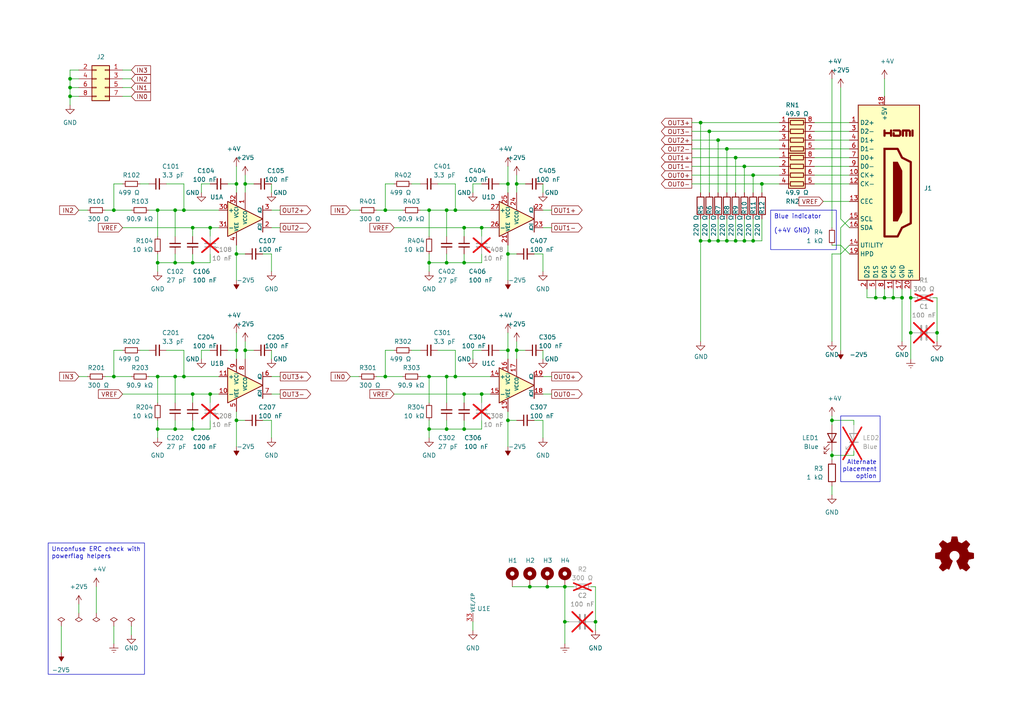
<source format=kicad_sch>
(kicad_sch (version 20230121) (generator eeschema)
  (paper "A4")
  (title_block (title "LaPOD LMH7324 pod") (company "Sergey Petrukhin, Peter Lampe, Nikki Smith & Olliver Schinagl") (comment 1 "AGPLv3 © 2023 Olliver Schinagl et al"))
  (junction (at 210.82 43.18))
  (junction (at 129.54 124.46))
  (junction (at 241.3 132.08))
  (junction (at 208.28 69.85))
  (junction (at 129.54 60.96))
  (junction (at 218.44 69.85))
  (junction (at 264.16 86.36))
  (junction (at 210.82 69.85))
  (junction (at 261.62 86.36))
  (junction (at 124.46 60.96))
  (junction (at 256.54 86.36))
  (junction (at 205.74 38.1))
  (junction (at 254 86.36))
  (junction (at 264.16 96.52))
  (junction (at 71.12 53.34))
  (junction (at 20.32 22.86))
  (junction (at 45.72 124.46))
  (junction (at 147.32 73.66))
  (junction (at 45.72 109.22))
  (junction (at 218.44 50.8))
  (junction (at 132.08 60.96))
  (junction (at 139.7 66.04))
  (junction (at 132.08 109.22))
  (junction (at 149.86 53.34))
  (junction (at 205.74 69.85))
  (junction (at 147.32 121.92))
  (junction (at 60.96 66.04))
  (junction (at 50.8 124.46))
  (junction (at 215.9 48.26))
  (junction (at 53.34 109.22))
  (junction (at 33.02 109.22))
  (junction (at 124.46 124.46))
  (junction (at 60.96 114.3))
  (junction (at 111.76 60.96))
  (junction (at 149.86 101.6))
  (junction (at 50.8 109.22))
  (junction (at 147.32 101.6))
  (junction (at 213.36 45.72))
  (junction (at 129.54 109.22))
  (junction (at 45.72 60.96))
  (junction (at 50.8 60.96))
  (junction (at 134.62 124.46))
  (junction (at 220.98 53.34))
  (junction (at 45.72 76.2))
  (junction (at 55.88 114.3))
  (junction (at 71.12 101.6))
  (junction (at 55.88 124.46))
  (junction (at 53.34 60.96))
  (junction (at 153.67 170.18))
  (junction (at 50.8 76.2))
  (junction (at 163.83 170.18))
  (junction (at 208.28 40.64))
  (junction (at 271.78 96.52))
  (junction (at 20.32 25.4))
  (junction (at 55.88 66.04))
  (junction (at 172.72 180.34))
  (junction (at 111.76 109.22))
  (junction (at 203.2 69.85))
  (junction (at 33.02 60.96))
  (junction (at 68.58 53.34))
  (junction (at 213.36 69.85))
  (junction (at 241.3 121.92))
  (junction (at 68.58 121.92))
  (junction (at 139.7 114.3))
  (junction (at 124.46 109.22))
  (junction (at 215.9 69.85))
  (junction (at 134.62 66.04))
  (junction (at 163.83 180.34))
  (junction (at 68.58 101.6))
  (junction (at 203.2 35.56))
  (junction (at 124.46 76.2))
  (junction (at 134.62 114.3))
  (junction (at 68.58 73.66))
  (junction (at 129.54 76.2))
  (junction (at 158.75 170.18))
  (junction (at 55.88 76.2))
  (junction (at 147.32 53.34))
  (junction (at 20.32 27.94))
  (junction (at 134.62 76.2))
  (junction (at 259.08 86.36))
  (wire (pts (xy 243.84 63.5) (xy 246.38 66.04)))
  (wire (pts (xy 68.58 121.92) (xy 68.58 129.54)))
  (wire (pts (xy 45.72 109.22) (xy 45.72 116.84)))
  (wire (pts (xy 78.74 73.66) (xy 78.74 78.74)))
  (wire (pts (xy 33.02 53.34) (xy 35.56 53.34)))
  (wire (pts (xy 132.08 101.6) (xy 132.08 109.22)))
  (wire (pts (xy 213.36 45.72) (xy 213.36 55.88)))
  (wire (pts (xy 157.48 60.96) (xy 160.02 60.96)))
  (wire (pts (xy 55.88 66.04) (xy 55.88 68.58)))
  (wire (pts (xy 157.48 66.04) (xy 160.02 66.04)))
  (wire (pts (xy 213.36 69.85) (xy 215.9 69.85)))
  (wire (pts (xy 71.12 53.34) (xy 71.12 55.88)))
  (wire (pts (xy 50.8 60.96) (xy 50.8 68.58)))
  (wire (pts (xy 129.54 73.66) (xy 129.54 76.2)))
  (wire (pts (xy 157.48 114.3) (xy 160.02 114.3)))
  (wire (pts (xy 236.22 53.34) (xy 246.38 53.34)))
  (wire (pts (xy 147.32 48.26) (xy 147.32 53.34)))
  (wire (pts (xy 124.46 109.22) (xy 124.46 116.84)))
  (wire (pts (xy 241.3 121.92) (xy 241.3 123.19)))
  (wire (pts (xy 163.83 180.34) (xy 165.1 180.34)))
  (wire (pts (xy 149.86 50.8) (xy 149.86 53.34)))
  (wire (pts (xy 17.78 181.61) (xy 17.78 189.23)))
  (wire (pts (xy 271.78 96.52) (xy 271.78 99.06)))
  (wire (pts (xy 157.48 121.92) (xy 157.48 127)))
  (wire (pts (xy 38.1 181.61) (xy 38.1 184.15)))
  (wire (pts (xy 139.7 73.66) (xy 139.7 76.2)))
  (wire (pts (xy 238.76 58.42) (xy 246.38 58.42)))
  (wire (pts (xy 78.74 66.04) (xy 81.28 66.04)))
  (wire (pts (xy 256.54 86.36) (xy 254 86.36)))
  (wire (pts (xy 58.42 53.34) (xy 58.42 55.88)))
  (wire (pts (xy 114.3 66.04) (xy 134.62 66.04)))
  (wire (pts (xy 45.72 60.96) (xy 45.72 68.58)))
  (wire (pts (xy 20.32 22.86) (xy 20.32 25.4)))
  (wire (pts (xy 129.54 109.22) (xy 132.08 109.22)))
  (wire (pts (xy 226.06 50.8) (xy 218.44 50.8)))
  (wire (pts (xy 45.72 60.96) (xy 50.8 60.96)))
  (wire (pts (xy 45.72 76.2) (xy 50.8 76.2)))
  (wire (pts (xy 35.56 114.3) (xy 55.88 114.3)))
  (wire (pts (xy 101.6 109.22) (xy 104.14 109.22)))
  (wire (pts (xy 20.32 20.32) (xy 20.32 22.86)))
  (wire (pts (xy 218.44 63.5) (xy 218.44 69.85)))
  (wire (pts (xy 205.74 38.1) (xy 205.74 55.88)))
  (wire (pts (xy 50.8 124.46) (xy 55.88 124.46)))
  (wire (pts (xy 68.58 48.26) (xy 68.58 53.34)))
  (wire (pts (xy 55.88 76.2) (xy 60.96 76.2)))
  (wire (pts (xy 236.22 35.56) (xy 246.38 35.56)))
  (wire (pts (xy 243.84 66.04) (xy 243.84 101.6)))
  (wire (pts (xy 236.22 50.8) (xy 246.38 50.8)))
  (wire (pts (xy 264.16 104.14) (xy 264.16 96.52)))
  (wire (pts (xy 22.86 22.86) (xy 20.32 22.86)))
  (wire (pts (xy 215.9 48.26) (xy 226.06 48.26)))
  (wire (pts (xy 200.66 35.56) (xy 203.2 35.56)))
  (wire (pts (xy 55.88 121.92) (xy 55.88 124.46)))
  (wire (pts (xy 78.74 109.22) (xy 81.28 109.22)))
  (wire (pts (xy 200.66 38.1) (xy 205.74 38.1)))
  (wire (pts (xy 129.54 124.46) (xy 134.62 124.46)))
  (wire (pts (xy 200.66 40.64) (xy 208.28 40.64)))
  (wire (pts (xy 147.32 96.52) (xy 147.32 101.6)))
  (wire (pts (xy 68.58 101.6) (xy 68.58 104.14)))
  (wire (pts (xy 53.34 60.96) (xy 63.5 60.96)))
  (wire (pts (xy 241.3 130.81) (xy 241.3 132.08)))
  (wire (pts (xy 129.54 109.22) (xy 129.54 116.84)))
  (wire (pts (xy 60.96 53.34) (xy 58.42 53.34)))
  (wire (pts (xy 251.46 83.82) (xy 251.46 86.36)))
  (wire (pts (xy 215.9 55.88) (xy 215.9 48.26)))
  (wire (pts (xy 45.72 124.46) (xy 50.8 124.46)))
  (wire (pts (xy 139.7 66.04) (xy 139.7 68.58)))
  (wire (pts (xy 147.32 119.38) (xy 147.32 121.92)))
  (wire (pts (xy 264.16 86.36) (xy 264.16 96.52)))
  (wire (pts (xy 243.84 73.66) (xy 246.38 71.12)))
  (wire (pts (xy 68.58 53.34) (xy 66.04 53.34)))
  (wire (pts (xy 200.66 50.8) (xy 218.44 50.8)))
  (wire (pts (xy 109.22 109.22) (xy 111.76 109.22)))
  (wire (pts (xy 149.86 53.34) (xy 152.4 53.34)))
  (wire (pts (xy 256.54 83.82) (xy 256.54 86.36)))
  (wire (pts (xy 134.62 66.04) (xy 134.62 68.58)))
  (wire (pts (xy 134.62 121.92) (xy 134.62 124.46)))
  (wire (pts (xy 111.76 101.6) (xy 114.3 101.6)))
  (wire (pts (xy 124.46 124.46) (xy 124.46 127)))
  (wire (pts (xy 210.82 43.18) (xy 210.82 55.88)))
  (wire (pts (xy 254 83.82) (xy 254 86.36)))
  (wire (pts (xy 137.16 101.6) (xy 137.16 104.14)))
  (wire (pts (xy 148.59 170.18) (xy 153.67 170.18)))
  (wire (pts (xy 78.74 114.3) (xy 81.28 114.3)))
  (wire (pts (xy 139.7 114.3) (xy 142.24 114.3)))
  (wire (pts (xy 129.54 76.2) (xy 134.62 76.2)))
  (wire (pts (xy 68.58 71.12) (xy 68.58 73.66)))
  (wire (pts (xy 127 101.6) (xy 132.08 101.6)))
  (wire (pts (xy 121.92 60.96) (xy 124.46 60.96)))
  (wire (pts (xy 119.38 101.6) (xy 121.92 101.6)))
  (wire (pts (xy 139.7 114.3) (xy 139.7 116.84)))
  (wire (pts (xy 45.72 124.46) (xy 45.72 127)))
  (wire (pts (xy 241.3 73.66) (xy 241.3 99.06)))
  (wire (pts (xy 45.72 121.92) (xy 45.72 124.46)))
  (wire (pts (xy 134.62 66.04) (xy 139.7 66.04)))
  (wire (pts (xy 158.75 170.18) (xy 163.83 170.18)))
  (wire (pts (xy 60.96 121.92) (xy 60.96 124.46)))
  (wire (pts (xy 33.02 101.6) (xy 35.56 101.6)))
  (wire (pts (xy 129.54 60.96) (xy 132.08 60.96)))
  (wire (pts (xy 40.64 53.34) (xy 43.18 53.34)))
  (wire (pts (xy 124.46 60.96) (xy 129.54 60.96)))
  (wire (pts (xy 271.78 86.36) (xy 270.51 86.36)))
  (wire (pts (xy 55.88 73.66) (xy 55.88 76.2)))
  (wire (pts (xy 172.72 180.34) (xy 172.72 182.88)))
  (wire (pts (xy 137.16 180.34) (xy 137.16 182.88)))
  (wire (pts (xy 139.7 53.34) (xy 137.16 53.34)))
  (wire (pts (xy 78.74 101.6) (xy 78.74 104.14)))
  (wire (pts (xy 172.72 170.18) (xy 172.72 180.34)))
  (wire (pts (xy 101.6 60.96) (xy 104.14 60.96)))
  (wire (pts (xy 264.16 86.36) (xy 265.43 86.36)))
  (wire (pts (xy 134.62 73.66) (xy 134.62 76.2)))
  (wire (pts (xy 48.26 53.34) (xy 53.34 53.34)))
  (wire (pts (xy 124.46 60.96) (xy 124.46 68.58)))
  (wire (pts (xy 111.76 53.34) (xy 111.76 60.96)))
  (wire (pts (xy 215.9 69.85) (xy 218.44 69.85)))
  (wire (pts (xy 22.86 27.94) (xy 20.32 27.94)))
  (wire (pts (xy 76.2 121.92) (xy 78.74 121.92)))
  (wire (pts (xy 22.86 175.26) (xy 22.86 177.8)))
  (wire (pts (xy 208.28 69.85) (xy 210.82 69.85)))
  (wire (pts (xy 53.34 53.34) (xy 53.34 60.96)))
  (wire (pts (xy 259.08 86.36) (xy 256.54 86.36)))
  (wire (pts (xy 147.32 53.34) (xy 144.78 53.34)))
  (wire (pts (xy 55.88 114.3) (xy 55.88 116.84)))
  (wire (pts (xy 139.7 66.04) (xy 142.24 66.04)))
  (wire (pts (xy 203.2 69.85) (xy 205.74 69.85)))
  (wire (pts (xy 247.65 121.92) (xy 247.65 123.19)))
  (wire (pts (xy 134.62 124.46) (xy 139.7 124.46)))
  (wire (pts (xy 60.96 66.04) (xy 63.5 66.04)))
  (wire (pts (xy 261.62 86.36) (xy 259.08 86.36)))
  (wire (pts (xy 139.7 101.6) (xy 137.16 101.6)))
  (wire (pts (xy 129.54 121.92) (xy 129.54 124.46)))
  (wire (pts (xy 203.2 63.5) (xy 203.2 69.85)))
  (wire (pts (xy 147.32 121.92) (xy 149.86 121.92)))
  (wire (pts (xy 50.8 109.22) (xy 50.8 116.84)))
  (wire (pts (xy 243.84 25.4) (xy 243.84 63.5)))
  (wire (pts (xy 38.1 25.4) (xy 35.56 25.4)))
  (wire (pts (xy 129.54 60.96) (xy 129.54 68.58)))
  (wire (pts (xy 43.18 109.22) (xy 45.72 109.22)))
  (wire (pts (xy 147.32 53.34) (xy 147.32 55.88)))
  (wire (pts (xy 60.96 114.3) (xy 60.96 116.84)))
  (wire (pts (xy 45.72 73.66) (xy 45.72 76.2)))
  (wire (pts (xy 78.74 53.34) (xy 78.74 55.88)))
  (wire (pts (xy 243.84 71.12) (xy 246.38 73.66)))
  (wire (pts (xy 134.62 114.3) (xy 134.62 116.84)))
  (wire (pts (xy 157.48 109.22) (xy 160.02 109.22)))
  (wire (pts (xy 50.8 73.66) (xy 50.8 76.2)))
  (wire (pts (xy 132.08 53.34) (xy 132.08 60.96)))
  (wire (pts (xy 33.02 109.22) (xy 38.1 109.22)))
  (wire (pts (xy 163.83 180.34) (xy 163.83 186.69)))
  (wire (pts (xy 147.32 101.6) (xy 144.78 101.6)))
  (wire (pts (xy 256.54 22.86) (xy 256.54 27.94)))
  (wire (pts (xy 124.46 73.66) (xy 124.46 76.2)))
  (wire (pts (xy 147.32 73.66) (xy 147.32 81.28)))
  (wire (pts (xy 205.74 69.85) (xy 208.28 69.85)))
  (wire (pts (xy 55.88 66.04) (xy 60.96 66.04)))
  (wire (pts (xy 119.38 53.34) (xy 121.92 53.34)))
  (wire (pts (xy 33.02 60.96) (xy 38.1 60.96)))
  (wire (pts (xy 60.96 114.3) (xy 63.5 114.3)))
  (wire (pts (xy 22.86 20.32) (xy 20.32 20.32)))
  (wire (pts (xy 121.92 109.22) (xy 124.46 109.22)))
  (wire (pts (xy 213.36 63.5) (xy 213.36 69.85)))
  (wire (pts (xy 208.28 40.64) (xy 226.06 40.64)))
  (wire (pts (xy 149.86 99.06) (xy 149.86 101.6)))
  (wire (pts (xy 68.58 53.34) (xy 68.58 55.88)))
  (wire (pts (xy 127 53.34) (xy 132.08 53.34)))
  (wire (pts (xy 147.32 101.6) (xy 147.32 104.14)))
  (wire (pts (xy 236.22 43.18) (xy 246.38 43.18)))
  (wire (pts (xy 163.83 170.18) (xy 163.83 180.34)))
  (wire (pts (xy 71.12 101.6) (xy 73.66 101.6)))
  (wire (pts (xy 50.8 76.2) (xy 55.88 76.2)))
  (wire (pts (xy 205.74 63.5) (xy 205.74 69.85)))
  (wire (pts (xy 55.88 124.46) (xy 60.96 124.46)))
  (wire (pts (xy 124.46 76.2) (xy 129.54 76.2)))
  (wire (pts (xy 22.86 109.22) (xy 25.4 109.22)))
  (wire (pts (xy 50.8 109.22) (xy 53.34 109.22)))
  (wire (pts (xy 124.46 76.2) (xy 124.46 78.74)))
  (wire (pts (xy 241.3 71.12) (xy 243.84 71.12)))
  (wire (pts (xy 124.46 121.92) (xy 124.46 124.46)))
  (wire (pts (xy 58.42 101.6) (xy 58.42 104.14)))
  (wire (pts (xy 241.3 120.65) (xy 241.3 121.92)))
  (wire (pts (xy 60.96 101.6) (xy 58.42 101.6)))
  (wire (pts (xy 210.82 43.18) (xy 226.06 43.18)))
  (wire (pts (xy 40.64 101.6) (xy 43.18 101.6)))
  (wire (pts (xy 259.08 83.82) (xy 259.08 86.36)))
  (wire (pts (xy 60.96 66.04) (xy 60.96 68.58)))
  (wire (pts (xy 124.46 124.46) (xy 129.54 124.46)))
  (wire (pts (xy 236.22 48.26) (xy 246.38 48.26)))
  (wire (pts (xy 147.32 73.66) (xy 149.86 73.66)))
  (wire (pts (xy 154.94 73.66) (xy 157.48 73.66)))
  (wire (pts (xy 132.08 109.22) (xy 142.24 109.22)))
  (wire (pts (xy 157.48 101.6) (xy 157.48 104.14)))
  (wire (pts (xy 218.44 50.8) (xy 218.44 55.88)))
  (wire (pts (xy 45.72 76.2) (xy 45.72 78.74)))
  (wire (pts (xy 220.98 53.34) (xy 220.98 55.88)))
  (wire (pts (xy 68.58 101.6) (xy 66.04 101.6)))
  (wire (pts (xy 45.72 109.22) (xy 50.8 109.22)))
  (wire (pts (xy 114.3 114.3) (xy 134.62 114.3)))
  (wire (pts (xy 203.2 35.56) (xy 226.06 35.56)))
  (wire (pts (xy 71.12 53.34) (xy 73.66 53.34)))
  (wire (pts (xy 20.32 27.94) (xy 20.32 30.48)))
  (wire (pts (xy 254 86.36) (xy 251.46 86.36)))
  (wire (pts (xy 241.3 121.92) (xy 247.65 121.92)))
  (wire (pts (xy 236.22 38.1) (xy 246.38 38.1)))
  (wire (pts (xy 236.22 40.64) (xy 246.38 40.64)))
  (wire (pts (xy 210.82 69.85) (xy 213.36 69.85)))
  (wire (pts (xy 78.74 60.96) (xy 81.28 60.96)))
  (wire (pts (xy 157.48 53.34) (xy 157.48 55.88)))
  (wire (pts (xy 71.12 99.06) (xy 71.12 101.6)))
  (wire (pts (xy 241.3 73.66) (xy 243.84 73.66)))
  (wire (pts (xy 33.02 53.34) (xy 33.02 60.96)))
  (wire (pts (xy 200.66 45.72) (xy 213.36 45.72)))
  (wire (pts (xy 71.12 101.6) (xy 71.12 104.14)))
  (wire (pts (xy 139.7 121.92) (xy 139.7 124.46)))
  (wire (pts (xy 154.94 121.92) (xy 157.48 121.92)))
  (wire (pts (xy 124.46 109.22) (xy 129.54 109.22)))
  (wire (pts (xy 203.2 69.85) (xy 203.2 99.06)))
  (wire (pts (xy 203.2 35.56) (xy 203.2 55.88)))
  (wire (pts (xy 157.48 73.66) (xy 157.48 78.74)))
  (wire (pts (xy 76.2 73.66) (xy 78.74 73.66)))
  (wire (pts (xy 68.58 119.38) (xy 68.58 121.92)))
  (wire (pts (xy 241.3 132.08) (xy 241.3 133.35)))
  (wire (pts (xy 35.56 66.04) (xy 55.88 66.04)))
  (wire (pts (xy 241.3 132.08) (xy 247.65 132.08)))
  (wire (pts (xy 68.58 73.66) (xy 68.58 81.28)))
  (wire (pts (xy 33.02 181.61) (xy 33.02 186.69)))
  (wire (pts (xy 226.06 38.1) (xy 205.74 38.1)))
  (wire (pts (xy 236.22 45.72) (xy 246.38 45.72)))
  (wire (pts (xy 147.32 121.92) (xy 147.32 129.54)))
  (wire (pts (xy 271.78 86.36) (xy 271.78 96.52)))
  (wire (pts (xy 149.86 101.6) (xy 152.4 101.6)))
  (wire (pts (xy 132.08 60.96) (xy 142.24 60.96)))
  (wire (pts (xy 149.86 53.34) (xy 149.86 55.88)))
  (wire (pts (xy 210.82 63.5) (xy 210.82 69.85)))
  (wire (pts (xy 111.76 60.96) (xy 116.84 60.96)))
  (wire (pts (xy 43.18 60.96) (xy 45.72 60.96)))
  (wire (pts (xy 55.88 114.3) (xy 60.96 114.3)))
  (wire (pts (xy 30.48 60.96) (xy 33.02 60.96)))
  (wire (pts (xy 111.76 101.6) (xy 111.76 109.22)))
  (wire (pts (xy 241.3 140.97) (xy 241.3 143.51)))
  (wire (pts (xy 78.74 121.92) (xy 78.74 127)))
  (wire (pts (xy 53.34 101.6) (xy 53.34 109.22)))
  (wire (pts (xy 264.16 83.82) (xy 264.16 86.36)))
  (wire (pts (xy 200.66 48.26) (xy 215.9 48.26)))
  (wire (pts (xy 53.34 109.22) (xy 63.5 109.22)))
  (wire (pts (xy 68.58 73.66) (xy 71.12 73.66)))
  (wire (pts (xy 48.26 101.6) (xy 53.34 101.6)))
  (wire (pts (xy 215.9 63.5) (xy 215.9 69.85)))
  (wire (pts (xy 172.72 170.18) (xy 171.45 170.18)))
  (wire (pts (xy 68.58 96.52) (xy 68.58 101.6)))
  (wire (pts (xy 200.66 53.34) (xy 220.98 53.34)))
  (wire (pts (xy 33.02 101.6) (xy 33.02 109.22)))
  (wire (pts (xy 111.76 53.34) (xy 114.3 53.34)))
  (wire (pts (xy 27.94 170.18) (xy 27.94 177.8)))
  (wire (pts (xy 134.62 114.3) (xy 139.7 114.3)))
  (wire (pts (xy 20.32 25.4) (xy 20.32 27.94)))
  (wire (pts (xy 208.28 55.88) (xy 208.28 40.64)))
  (wire (pts (xy 30.48 109.22) (xy 33.02 109.22)))
  (wire (pts (xy 220.98 63.5) (xy 220.98 69.85)))
  (wire (pts (xy 166.37 170.18) (xy 163.83 170.18)))
  (wire (pts (xy 208.28 63.5) (xy 208.28 69.85)))
  (wire (pts (xy 50.8 60.96) (xy 53.34 60.96)))
  (wire (pts (xy 111.76 109.22) (xy 116.84 109.22)))
  (wire (pts (xy 149.86 101.6) (xy 149.86 104.14)))
  (wire (pts (xy 243.84 66.04) (xy 246.38 63.5)))
  (wire (pts (xy 218.44 69.85) (xy 220.98 69.85)))
  (wire (pts (xy 71.12 50.8) (xy 71.12 53.34)))
  (wire (pts (xy 137.16 53.34) (xy 137.16 55.88)))
  (wire (pts (xy 200.66 43.18) (xy 210.82 43.18)))
  (wire (pts (xy 38.1 20.32) (xy 35.56 20.32)))
  (wire (pts (xy 241.3 22.86) (xy 241.3 66.04)))
  (wire (pts (xy 261.62 86.36) (xy 261.62 99.06)))
  (wire (pts (xy 134.62 76.2) (xy 139.7 76.2)))
  (wire (pts (xy 213.36 45.72) (xy 226.06 45.72)))
  (wire (pts (xy 38.1 22.86) (xy 35.56 22.86)))
  (wire (pts (xy 220.98 53.34) (xy 226.06 53.34)))
  (wire (pts (xy 109.22 60.96) (xy 111.76 60.96)))
  (wire (pts (xy 147.32 71.12) (xy 147.32 73.66)))
  (wire (pts (xy 50.8 121.92) (xy 50.8 124.46)))
  (wire (pts (xy 60.96 73.66) (xy 60.96 76.2)))
  (wire (pts (xy 68.58 121.92) (xy 71.12 121.92)))
  (wire (pts (xy 247.65 130.81) (xy 247.65 132.08)))
  (wire (pts (xy 261.62 83.82) (xy 261.62 86.36)))
  (wire (pts (xy 38.1 27.94) (xy 35.56 27.94)))
  (wire (pts (xy 22.86 60.96) (xy 25.4 60.96)))
  (wire (pts (xy 153.67 170.18) (xy 158.75 170.18)))
  (wire (pts (xy 22.86 25.4) (xy 20.32 25.4)))
  (text_box "Blue indicator\n\n(+4V GND)" (at 223.52 60.96 0) (size 19.05 11.43) (effects (font (size 1.27 1.27)) (justify left top)))
  (text_box "Alternate placement option" (at 243.84 120.65 0) (size 11.43 19.05) (effects (font (size 1.27 1.27)) (justify right bottom)))
  (text_box "Unconfuse ERC check with powerflag helpers" (at 13.97 157.48 0) (size 27.94 38.1) (effects (font (size 1.27 1.27)) (justify left top)))
  (global_label "OUT2-" (shape output) (at 200.66 43.18 180) (property "Intersheetrefs" "${INTERSHEET_REFS}" (effects hide)))
  (global_label "OUT3-" (shape output) (at 200.66 38.1 180) (property "Intersheetrefs" "${INTERSHEET_REFS}" (effects hide)))
  (global_label "VREF" (shape input) (at 114.3 66.04 180) (property "Intersheetrefs" "${INTERSHEET_REFS}" (effects hide)))
  (global_label "OUT3+" (shape output) (at 81.28 109.22 0) (property "Intersheetrefs" "${INTERSHEET_REFS}" (effects hide)))
  (global_label "OUT1+" (shape output) (at 200.66 45.72 180) (property "Intersheetrefs" "${INTERSHEET_REFS}" (effects hide)))
  (global_label "VREF" (shape input) (at 35.56 114.3 180) (property "Intersheetrefs" "${INTERSHEET_REFS}" (effects hide)))
  (global_label "IN0" (shape input) (at 101.6 109.22 180) (property "Intersheetrefs" "${INTERSHEET_REFS}" (effects hide)))
  (global_label "OUT1-" (shape output) (at 200.66 48.26 180) (property "Intersheetrefs" "${INTERSHEET_REFS}" (effects hide)))
  (global_label "IN3" (shape input) (at 38.1 20.32 0) (property "Intersheetrefs" "${INTERSHEET_REFS}" (effects hide)))
  (global_label "VREF" (shape input) (at 35.56 66.04 180) (property "Intersheetrefs" "${INTERSHEET_REFS}" (effects hide)))
  (global_label "OUT3-" (shape output) (at 81.28 114.3 0) (property "Intersheetrefs" "${INTERSHEET_REFS}" (effects hide)))
  (global_label "OUT2+" (shape output) (at 200.66 40.64 180) (property "Intersheetrefs" "${INTERSHEET_REFS}" (effects hide)))
  (global_label "OUT1+" (shape output) (at 160.02 60.96 0) (property "Intersheetrefs" "${INTERSHEET_REFS}" (effects hide)))
  (global_label "IN1" (shape input) (at 101.6 60.96 180) (property "Intersheetrefs" "${INTERSHEET_REFS}" (effects hide)))
  (global_label "IN0" (shape input) (at 38.1 27.94 0) (property "Intersheetrefs" "${INTERSHEET_REFS}" (effects hide)))
  (global_label "VREF" (shape input) (at 114.3 114.3 180) (property "Intersheetrefs" "${INTERSHEET_REFS}" (effects hide)))
  (global_label "OUT0-" (shape output) (at 200.66 53.34 180) (property "Intersheetrefs" "${INTERSHEET_REFS}" (effects hide)))
  (global_label "OUT1-" (shape output) (at 160.02 66.04 0) (property "Intersheetrefs" "${INTERSHEET_REFS}" (effects hide)))
  (global_label "OUT2-" (shape output) (at 81.28 66.04 0) (property "Intersheetrefs" "${INTERSHEET_REFS}" (effects hide)))
  (global_label "OUT0-" (shape output) (at 160.02 114.3 0) (property "Intersheetrefs" "${INTERSHEET_REFS}" (effects hide)))
  (global_label "OUT0+" (shape output) (at 160.02 109.22 0) (property "Intersheetrefs" "${INTERSHEET_REFS}" (effects hide)))
  (global_label "IN2" (shape input) (at 38.1 22.86 0) (property "Intersheetrefs" "${INTERSHEET_REFS}" (effects hide)))
  (global_label "OUT3+" (shape output) (at 200.66 35.56 180) (property "Intersheetrefs" "${INTERSHEET_REFS}" (effects hide)))
  (global_label "OUT0+" (shape output) (at 200.66 50.8 180) (property "Intersheetrefs" "${INTERSHEET_REFS}" (effects hide)))
  (global_label "IN3" (shape input) (at 22.86 109.22 180) (property "Intersheetrefs" "${INTERSHEET_REFS}" (effects hide)))
  (global_label "IN2" (shape input) (at 22.86 60.96 180) (property "Intersheetrefs" "${INTERSHEET_REFS}" (effects hide)))
  (global_label "OUT2+" (shape output) (at 81.28 60.96 0) (property "Intersheetrefs" "${INTERSHEET_REFS}" (effects hide)))
  (global_label "VREF" (shape input) (at 238.76 58.42 180) (property "Intersheetrefs" "${INTERSHEET_REFS}" (effects hide)))
  (global_label "IN1" (shape input) (at 38.1 25.4 0) (property "Intersheetrefs" "${INTERSHEET_REFS}" (effects hide)))
  (symbol (lib_id "power:PWR_FLAG") (at 38.1 181.61 0) (unit 1)
    (property "Reference" "#FLG05" (effects hide))
    (property "Value" "PWR_FLAG" (effects hide))
  )
  (symbol (lib_id "Device:C_Small") (at 139.7 119.38 0) (mirror x) (unit 1) (dnp yes)
    (property "Reference" "C308" (at 146.05 120.65 0) (effects (justify right)))
    (property "Value" "10 nF" (at 146.05 123.19 0) (effects (justify right)))
    (property "Footprint" "Capacitor_SMD:C_0805_2012Metric_Pad1.18x1.45mm_HandSolder" (effects hide))
    (property "LCSC" "C1710" (effects hide))
    (property "package" "0805" (effects hide))
    (property "tolerance" "10%" (effects hide))
    (property "voltage" "50 V" (effects hide))
  )
  (symbol (lib_id "Device:R_Small") (at 119.38 109.22 90) (mirror x) (unit 1)
    (property "Reference" "R303" (at 121.92 106.68 90) (effects (justify left)))
    (property "Value" "90.9 kΩ" (at 123.19 111.76 90) (effects (justify left)))
    (property "Footprint" "Resistor_SMD:R_0805_2012Metric_Pad1.20x1.40mm_HandSolder" (effects hide))
    (property "LCSC" "C17860" (effects hide))
    (property "package" "0805" (effects hide))
    (property "power" "125 mW" (effects hide))
    (property "tolerance" "1%" (effects hide))
  )
  (symbol (lib_id "Device:C_Small") (at 60.96 119.38 0) (mirror x) (unit 1) (dnp yes)
    (property "Reference" "C208" (at 67.31 120.65 0) (effects (justify right)))
    (property "Value" "10 nF" (at 67.31 123.19 0) (effects (justify right)))
    (property "Footprint" "Capacitor_SMD:C_0805_2012Metric_Pad1.18x1.45mm_HandSolder" (effects hide))
    (property "LCSC" "C1710" (effects hide))
    (property "package" "0805" (effects hide))
    (property "tolerance" "10%" (effects hide))
    (property "voltage" "50 V" (effects hide))
  )
  (symbol (lib_id "Device:C_Small") (at 63.5 101.6 270) (mirror x) (unit 1)
    (property "Reference" "C204" (at 57.15 97.79 90) (effects (justify left)))
    (property "Value" "100 nF" (at 55.88 100.33 90) (effects (justify left)))
    (property "Footprint" "Capacitor_SMD:C_0805_2012Metric_Pad1.18x1.45mm_HandSolder" (effects hide))
    (property "LCSC" "C49678" (effects hide))
    (property "package" "0805" (effects hide))
    (property "tolerance" "10%" (effects hide))
    (property "voltage" "50 V" (effects hide))
  )
  (symbol (lib_id "power:PWR_FLAG") (at 17.78 181.61 0) (unit 1)
    (property "Reference" "#FLG01" (effects hide))
    (property "Value" "PWR_FLAG" (effects hide))
  )
  (symbol (lib_id "power:GND") (at 157.48 78.74 0) (unit 1)
    (property "Reference" "#PWR046" (effects hide))
    (property "Value" "GND" (at 157.48 83.82 0))
  )
  (symbol (lib_id "power:+4V") (at 147.32 96.52 0) (mirror y) (unit 1)
    (property "Reference" "#PWR035" (effects hide))
    (property "Value" "+4V" (at 148.59 91.44 0) (effects (justify left)))
  )
  (symbol (lib_id "Device:R_Small") (at 38.1 101.6 270) (mirror x) (unit 1)
    (property "Reference" "R202" (at 35.56 99.06 90) (effects (justify left)))
    (property "Value" "499 Ω" (at 34.29 104.14 90) (effects (justify left)))
    (property "Footprint" "Resistor_SMD:R_0805_2012Metric_Pad1.20x1.40mm_HandSolder" (effects hide))
    (property "LCSC" "C17722" (effects hide))
    (property "package" "0805" (effects hide))
    (property "power" "125 mW" (effects hide))
    (property "tolerance" "1%" (effects hide))
  )
  (symbol (lib_id "power:GND") (at 45.72 127 0) (unit 1)
    (property "Reference" "#PWR025" (effects hide))
    (property "Value" "GND" (at 45.72 132.08 0))
  )
  (symbol (lib_id "power:GND") (at 124.46 127 0) (unit 1)
    (property "Reference" "#PWR033" (effects hide))
    (property "Value" "GND" (at 124.46 132.08 0))
  )
  (symbol (lib_id "Device:C") (at 267.97 96.52 270) (mirror x) (unit 1) (dnp yes)
    (property "Reference" "C1" (at 267.97 88.9 90))
    (property "Value" "100 nF" (at 267.97 91.44 90))
    (property "Footprint" "Capacitor_SMD:C_0603_1608Metric_Pad1.08x0.95mm_HandSolder" (effects hide))
    (property "LCSC" "C14663" (effects hide))
    (property "package" "0603" (effects hide))
    (property "tolerance" "10%" (effects hide))
    (property "voltage" "50 V" (effects hide))
  )
  (symbol (lib_id "power:GND") (at 271.78 99.06 0) (mirror y) (unit 1)
    (property "Reference" "#PWR01" (effects hide))
    (property "Value" "GND" (at 271.78 104.14 0))
  )
  (symbol (lib_id "Device:C_Small") (at 154.94 53.34 90) (unit 1)
    (property "Reference" "C405" (at 161.29 49.53 90) (effects (justify left)))
    (property "Value" "100 nF" (at 162.56 52.07 90) (effects (justify left)))
    (property "Footprint" "Capacitor_SMD:C_0805_2012Metric_Pad1.18x1.45mm_HandSolder" (effects hide))
    (property "LCSC" "C49678" (effects hide))
    (property "package" "0805" (effects hide))
    (property "tolerance" "10%" (effects hide))
    (property "voltage" "50 V" (effects hide))
  )
  (symbol (lib_id "Comparator:LMH7324") (at 137.16 177.8 0) (unit 5)
    (property "Reference" "U1" (at 138.43 176.53 0) (effects (justify left)))
    (property "Value" "LMH7324" (effects hide))
    (property "Footprint" "Package_DFN_QFN:WQFN-32-1EP_5x5mm_P0.5mm_EP3.1x3.1mm" (effects hide))
    (property "Datasheet" "docs/lmh7324.pdf" (effects hide))
    (property "LCSC" "C3658995" (effects hide))
  )
  (symbol (lib_id "Device:C_Small") (at 45.72 101.6 90) (unit 1)
    (property "Reference" "C201" (at 46.99 96.52 90) (effects (justify right)))
    (property "Value" "3.3 pF" (at 46.99 99.06 90) (effects (justify right)))
    (property "Footprint" "Capacitor_SMD:C_0805_2012Metric_Pad1.18x1.45mm_HandSolder" (effects hide))
    (property "LCSC" "C1811" (effects hide))
    (property "package" "0805" (effects hide))
    (property "tolerance" "10%" (effects hide))
    (property "voltage" "50 V" (effects hide))
  )
  (symbol (lib_id "Device:R_Small") (at 124.46 119.38 0) (mirror y) (unit 1)
    (property "Reference" "R304" (at 123.19 118.11 0) (effects (justify left)))
    (property "Value" "10 kΩ" (at 123.19 120.65 0) (effects (justify left)))
    (property "Footprint" "Resistor_SMD:R_0805_2012Metric_Pad1.20x1.40mm_HandSolder" (effects hide))
    (property "LCSC" "C17414" (effects hide))
    (property "package" "0805" (effects hide))
    (property "power" "125 mW" (effects hide))
    (property "tolerance" "1%" (effects hide))
  )
  (symbol (lib_id "power:PWR_FLAG") (at 22.86 177.8 180) (unit 1)
    (property "Reference" "#FLG02" (effects hide))
    (property "Value" "PWR_FLAG" (effects hide))
  )
  (symbol (lib_id "power:-2V5") (at 147.32 81.28 180) (unit 1)
    (property "Reference" "#PWR043" (effects hide))
    (property "Value" "-2V5" (at 147.32 81.28 0) (effects (justify right)))
  )
  (symbol (lib_id "Device:C_Small") (at 129.54 71.12 180) (unit 1)
    (property "Reference" "C402" (at 127 78.74 0) (effects (justify right)))
    (property "Value" "27 pF" (at 127 81.28 0) (effects (justify right)))
    (property "Footprint" "Capacitor_SMD:C_0805_2012Metric_Pad1.18x1.45mm_HandSolder" (effects hide))
    (property "LCSC" "C1808" (effects hide))
    (property "package" "0805" (effects hide))
    (property "tolerance" "10%" (effects hide))
    (property "voltage" "50 V" (effects hide))
  )
  (symbol (lib_id "power:GND") (at 241.3 99.06 0) (unit 1)
    (property "Reference" "#PWR017" (effects hide))
    (property "Value" "GND" (at 241.3 102.87 0))
  )
  (symbol (lib_id "Device:LED") (at 247.65 127 270) (mirror x) (unit 1) (in_bom no) (dnp yes)
    (property "Reference" "LED2" (at 250.19 127 90) (effects (justify left)))
    (property "Value" "Blue" (at 250.19 129.54 90) (effects (justify left)))
    (property "Footprint" "LED_SMD:LED_0805_2012Metric_Pad1.15x1.40mm_HandSolder" (effects hide))
    (property "Datasheet" "docs/2008201032_Foshan-NationStar-Optoelectronics-NCD0805B2_C84259.pdf" (effects hide))
    (property "LCSC" "C84259" (effects hide))
    (property "package" "0805" (effects hide))
  )
  (symbol (lib_id "Device:R_Small") (at 119.38 60.96 90) (mirror x) (unit 1)
    (property "Reference" "R403" (at 121.92 58.42 90) (effects (justify left)))
    (property "Value" "90.9 kΩ" (at 123.19 63.5 90) (effects (justify left)))
    (property "Footprint" "Resistor_SMD:R_0805_2012Metric_Pad1.20x1.40mm_HandSolder" (effects hide))
    (property "LCSC" "C17860" (effects hide))
    (property "package" "0805" (effects hide))
    (property "power" "125 mW" (effects hide))
    (property "tolerance" "1%" (effects hide))
  )
  (symbol (lib_id "Device:R_Small") (at 38.1 53.34 270) (mirror x) (unit 1)
    (property "Reference" "R102" (at 35.56 50.8 90) (effects (justify left)))
    (property "Value" "499 Ω" (at 34.29 55.88 90) (effects (justify left)))
    (property "Footprint" "Resistor_SMD:R_0805_2012Metric_Pad1.20x1.40mm_HandSolder" (effects hide))
    (property "LCSC" "C17722" (effects hide))
    (property "package" "0805" (effects hide))
    (property "power" "125 mW" (effects hide))
    (property "tolerance" "1%" (effects hide))
  )
  (symbol (lib_id "Device:C_Small") (at 142.24 53.34 270) (mirror x) (unit 1)
    (property "Reference" "C404" (at 135.89 49.53 90) (effects (justify left)))
    (property "Value" "100 nF" (at 134.62 52.07 90) (effects (justify left)))
    (property "Footprint" "Capacitor_SMD:C_0805_2012Metric_Pad1.18x1.45mm_HandSolder" (effects hide))
    (property "LCSC" "C49678" (effects hide))
    (property "package" "0805" (effects hide))
    (property "tolerance" "10%" (effects hide))
    (property "voltage" "50 V" (effects hide))
  )
  (symbol (lib_id "Device:R") (at 220.98 59.69 0) (mirror y) (unit 1)
    (property "Reference" "R12" (at 220.98 62.23 90) (effects (justify left)))
    (property "Value" "220 Ω" (at 219.71 68.58 90) (effects (justify left)))
    (property "Footprint" "Resistor_SMD:R_0603_1608Metric" (effects hide))
    (property "LCSC" "C22962" (effects hide))
    (property "package" "0603" (effects hide))
    (property "power" "125 mW" (effects hide))
    (property "tolerance" "1%" (effects hide))
  )
  (symbol (lib_id "Device:C_Small") (at 55.88 119.38 0) (mirror x) (unit 1)
    (property "Reference" "C206" (at 55.88 127 0) (effects (justify left)))
    (property "Value" "100 nF" (at 55.88 129.54 0) (effects (justify left)))
    (property "Footprint" "Capacitor_SMD:C_0805_2012Metric_Pad1.18x1.45mm_HandSolder" (effects hide))
    (property "LCSC" "C49678" (effects hide))
    (property "package" "0805" (effects hide))
    (property "tolerance" "10%" (effects hide))
    (property "voltage" "50 V" (effects hide))
  )
  (symbol (lib_id "Device:R_Small") (at 116.84 101.6 270) (mirror x) (unit 1)
    (property "Reference" "R302" (at 114.3 99.06 90) (effects (justify left)))
    (property "Value" "499 Ω" (at 113.03 104.14 90) (effects (justify left)))
    (property "Footprint" "Resistor_SMD:R_0805_2012Metric_Pad1.20x1.40mm_HandSolder" (effects hide))
    (property "LCSC" "C17722" (effects hide))
    (property "package" "0805" (effects hide))
    (property "power" "125 mW" (effects hide))
    (property "tolerance" "1%" (effects hide))
  )
  (symbol (lib_id "power:GND") (at 261.62 99.06 0) (unit 1)
    (property "Reference" "#PWR03" (effects hide))
    (property "Value" "GND" (at 261.62 102.87 0))
  )
  (symbol (lib_id "Comparator:LMH7324") (at 149.86 63.5 0) (unit 4)
    (property "Reference" "U1" (at 139.7 57.15 0) (effects (justify left)))
    (property "Value" "LMH7324" (effects hide))
    (property "Footprint" "Package_DFN_QFN:WQFN-32-1EP_5x5mm_P0.5mm_EP3.1x3.1mm" (effects hide))
    (property "Datasheet" "docs/lmh7324.pdf" (effects hide))
    (property "LCSC" "C3658995" (effects hide))
  )
  (symbol (lib_id "Device:R_Small") (at 267.97 86.36 270) (mirror x) (unit 1) (dnp yes)
    (property "Reference" "R1" (at 267.97 81.28 90))
    (property "Value" "300 Ω" (at 267.97 83.82 90))
    (property "Footprint" "Resistor_SMD:R_0402_1005Metric_Pad0.72x0.64mm_HandSolder" (effects hide))
    (property "LCSC" "C25102" (effects hide))
    (property "package" "0402" (effects hide))
    (property "power" "62.5 mW" (effects hide))
    (property "tolerance" "1%" (effects hide))
  )
  (symbol (lib_id "power:GND") (at 241.3 143.51 0) (mirror y) (unit 1)
    (property "Reference" "#PWR011" (effects hide))
    (property "Value" "GND" (at 241.3 148.59 0))
  )
  (symbol (lib_id "power:GND") (at 157.48 104.14 0) (unit 1)
    (property "Reference" "#PWR038" (effects hide))
    (property "Value" "GND" (at 160.02 104.14 0))
  )
  (symbol (lib_id "power:GND") (at 45.72 78.74 0) (unit 1)
    (property "Reference" "#PWR026" (effects hide))
    (property "Value" "GND" (at 45.72 83.82 0))
  )
  (symbol (lib_id "power:GND") (at 58.42 55.88 0) (unit 1)
    (property "Reference" "#PWR021" (effects hide))
    (property "Value" "GND" (at 55.88 55.88 0))
  )
  (symbol (lib_id "Connector:HDMI_A") (at 256.54 55.88 0) (unit 1)
    (property "Reference" "J1" (at 267.97 54.61 0) (effects (justify left)))
    (property "Value" "HDMI_A" (effects hide))
    (property "Footprint" "LCSC:HDMI-SMD_HDMI-19PIN-043" (effects hide))
    (property "Datasheet" "docs/2306201607_SHOU-HAN-HDMI-19PIN-043_C2858275.pdf" (effects hide))
    (property "LCSC" "C2858275" (effects hide))
  )
  (symbol (lib_id "Device:R") (at 208.28 59.69 0) (mirror y) (unit 1)
    (property "Reference" "R7" (at 208.28 62.23 90) (effects (justify left)))
    (property "Value" "220 Ω" (at 207.01 68.58 90) (effects (justify left)))
    (property "Footprint" "Resistor_SMD:R_0603_1608Metric" (effects hide))
    (property "LCSC" "C22962" (effects hide))
    (property "package" "0603" (effects hide))
    (property "power" "125 mW" (effects hide))
    (property "tolerance" "1%" (effects hide))
  )
  (symbol (lib_id "Connector_Generic:Conn_02x04_Odd_Even") (at 30.48 22.86 0) (mirror y) (unit 1)
    (property "Reference" "J2" (at 29.21 16.51 0))
    (property "Value" "Conn_02x04_Odd_Even" (effects hide))
    (property "Footprint" "Connector_IDC:IDC-Header_2x04_P2.54mm_Horizontal" (effects hide))
    (property "Datasheet" "docs/1811030610_BOOMELE-Boom-Precision-Elec-C9139_C9139.pdf" (effects hide))
    (property "LCSC" "C9139" (effects hide))
  )
  (symbol (lib_id "power:PWR_FLAG") (at 27.94 177.8 180) (unit 1)
    (property "Reference" "#FLG03" (effects hide))
    (property "Value" "PWR_FLAG" (effects hide))
  )
  (symbol (lib_id "power:-2V5") (at 17.78 189.23 0) (mirror x) (unit 1)
    (property "Reference" "#PWR013" (effects hide))
    (property "Value" "-2V5" (at 20.32 194.31 0) (effects (justify right)))
  )
  (symbol (lib_id "Device:C_Small") (at 50.8 71.12 180) (unit 1)
    (property "Reference" "C102" (at 48.26 78.74 0) (effects (justify right)))
    (property "Value" "27 pF" (at 48.26 81.28 0) (effects (justify right)))
    (property "Footprint" "Capacitor_SMD:C_0805_2012Metric_Pad1.18x1.45mm_HandSolder" (effects hide))
    (property "LCSC" "C1808" (effects hide))
    (property "package" "0805" (effects hide))
    (property "tolerance" "10%" (effects hide))
    (property "voltage" "50 V" (effects hide))
  )
  (symbol (lib_id "Mechanical:MountingHole_Pad") (at 163.83 167.64 0) (unit 1) (in_bom no)
    (property "Reference" "H4" (at 162.56 162.56 0) (effects (justify left)))
    (property "Value" "MountingHole_Pad" (effects hide))
    (property "Footprint" "MountingHole:MountingHole_2.2mm_M2_Pad_Via" (effects hide))
  )
  (symbol (lib_id "power:GND") (at 78.74 55.88 0) (unit 1)
    (property "Reference" "#PWR022" (effects hide))
    (property "Value" "GND" (at 81.28 55.88 0))
  )
  (symbol (lib_id "Device:R") (at 241.3 137.16 0) (mirror y) (unit 1)
    (property "Reference" "R3" (at 238.76 135.89 0) (effects (justify left)))
    (property "Value" "1 kΩ" (at 238.76 138.43 0) (effects (justify left)))
    (property "Footprint" "Resistor_SMD:R_0805_2012Metric_Pad1.20x1.40mm_HandSolder" (effects hide))
    (property "LCSC" "C17513" (effects hide))
    (property "package" "0805" (effects hide))
    (property "power" "125 mW" (effects hide))
    (property "tolerance" "1%" (effects hide))
  )
  (symbol (lib_id "Device:C_Small") (at 73.66 121.92 90) (unit 1)
    (property "Reference" "C207" (at 74.93 118.11 90) (effects (justify right)))
    (property "Value" "100 nF" (at 74.93 120.65 90) (effects (justify right)))
    (property "Footprint" "Capacitor_SMD:C_0805_2012Metric_Pad1.18x1.45mm_HandSolder" (effects hide))
    (property "LCSC" "C49678" (effects hide))
    (property "package" "0805" (effects hide))
    (property "tolerance" "10%" (effects hide))
    (property "voltage" "50 V" (effects hide))
  )
  (symbol (lib_id "Device:C_Small") (at 139.7 71.12 0) (mirror x) (unit 1) (dnp yes)
    (property "Reference" "C408" (at 146.05 72.39 0) (effects (justify right)))
    (property "Value" "10 nF" (at 146.05 74.93 0) (effects (justify right)))
    (property "Footprint" "Capacitor_SMD:C_0805_2012Metric_Pad1.18x1.45mm_HandSolder" (effects hide))
    (property "LCSC" "C1710" (effects hide))
    (property "package" "0805" (effects hide))
    (property "tolerance" "10%" (effects hide))
    (property "voltage" "50 V" (effects hide))
  )
  (symbol (lib_id "Device:R_Small") (at 124.46 71.12 0) (mirror y) (unit 1)
    (property "Reference" "R404" (at 123.19 69.85 0) (effects (justify left)))
    (property "Value" "10 kΩ" (at 123.19 72.39 0) (effects (justify left)))
    (property "Footprint" "Resistor_SMD:R_0805_2012Metric_Pad1.20x1.40mm_HandSolder" (effects hide))
    (property "LCSC" "C17414" (effects hide))
    (property "package" "0805" (effects hide))
    (property "power" "125 mW" (effects hide))
    (property "tolerance" "1%" (effects hide))
  )
  (symbol (lib_id "power:+4V") (at 68.58 96.52 0) (mirror y) (unit 1)
    (property "Reference" "#PWR028" (effects hide))
    (property "Value" "+4V" (at 69.85 91.44 0) (effects (justify left)))
  )
  (symbol (lib_id "Device:C_Small") (at 124.46 101.6 90) (unit 1)
    (property "Reference" "C301" (at 125.73 96.52 90) (effects (justify right)))
    (property "Value" "3.3 pF" (at 125.73 99.06 90) (effects (justify right)))
    (property "Footprint" "Capacitor_SMD:C_0805_2012Metric_Pad1.18x1.45mm_HandSolder" (effects hide))
    (property "LCSC" "C1811" (effects hide))
    (property "package" "0805" (effects hide))
    (property "tolerance" "10%" (effects hide))
    (property "voltage" "50 V" (effects hide))
  )
  (symbol (lib_id "power:+2V5") (at 71.12 99.06 0) (mirror y) (unit 1)
    (property "Reference" "#PWR030" (effects hide))
    (property "Value" "+2V5" (at 71.12 93.98 0))
  )
  (symbol (lib_id "power:-2V5") (at 68.58 129.54 180) (unit 1)
    (property "Reference" "#PWR029" (effects hide))
    (property "Value" "-2V5" (at 68.58 129.54 0) (effects (justify right)))
  )
  (symbol (lib_id "Device:C_Small") (at 55.88 71.12 0) (mirror x) (unit 1)
    (property "Reference" "C106" (at 55.88 78.74 0) (effects (justify left)))
    (property "Value" "100 nF" (at 55.88 81.28 0) (effects (justify left)))
    (property "Footprint" "Capacitor_SMD:C_0805_2012Metric_Pad1.18x1.45mm_HandSolder" (effects hide))
    (property "LCSC" "C49678" (effects hide))
    (property "package" "0805" (effects hide))
    (property "tolerance" "10%" (effects hide))
    (property "voltage" "50 V" (effects hide))
  )
  (symbol (lib_id "Device:R_Small") (at 27.94 60.96 270) (mirror x) (unit 1)
    (property "Reference" "R101" (at 25.4 58.42 90) (effects (justify left)))
    (property "Value" "300 Ω" (at 25.4 63.5 90) (effects (justify left)))
    (property "Footprint" "Resistor_SMD:R_0805_2012Metric_Pad1.20x1.40mm_HandSolder" (effects hide))
    (property "LCSC" "C17617" (effects hide))
    (property "package" "0805" (effects hide))
    (property "power" "125 mW" (effects hide))
    (property "tolerance" "1%" (effects hide))
  )
  (symbol (lib_id "Device:R_Small") (at 45.72 119.38 0) (mirror y) (unit 1)
    (property "Reference" "R204" (at 44.45 118.11 0) (effects (justify left)))
    (property "Value" "10 kΩ" (at 44.45 120.65 0) (effects (justify left)))
    (property "Footprint" "Resistor_SMD:R_0805_2012Metric_Pad1.20x1.40mm_HandSolder" (effects hide))
    (property "LCSC" "C17414" (effects hide))
    (property "package" "0805" (effects hide))
    (property "power" "125 mW" (effects hide))
    (property "tolerance" "1%" (effects hide))
  )
  (symbol (lib_id "Device:R_Pack04") (at 231.14 40.64 270) (unit 1)
    (property "Reference" "RN1" (at 229.87 30.48 90))
    (property "Value" "49.9 Ω" (at 231.14 33.02 90))
    (property "Footprint" "Resistor_SMD:R_Array_Convex_4x0603" (effects hide))
    (property "LCSC" "C705090" (effects hide))
    (property "package" "0603x4" (effects hide))
    (property "power" "62.5 mW" (effects hide))
    (property "tolerance" "1%" (effects hide))
  )
  (symbol (lib_id "power:GND") (at 137.16 104.14 0) (unit 1)
    (property "Reference" "#PWR034" (effects hide))
    (property "Value" "GND" (at 134.62 104.14 0))
  )
  (symbol (lib_id "Device:C_Small") (at 129.54 119.38 180) (unit 1)
    (property "Reference" "C302" (at 127 127 0) (effects (justify right)))
    (property "Value" "27 pF" (at 127 129.54 0) (effects (justify right)))
    (property "Footprint" "Capacitor_SMD:C_0805_2012Metric_Pad1.18x1.45mm_HandSolder" (effects hide))
    (property "LCSC" "C1808" (effects hide))
    (property "package" "0805" (effects hide))
    (property "tolerance" "10%" (effects hide))
    (property "voltage" "50 V" (effects hide))
  )
  (symbol (lib_id "Device:C_Small") (at 134.62 71.12 0) (mirror x) (unit 1)
    (property "Reference" "C406" (at 135.89 78.74 0) (effects (justify left)))
    (property "Value" "100 nF" (at 135.89 81.28 0) (effects (justify left)))
    (property "Footprint" "Capacitor_SMD:C_0805_2012Metric_Pad1.18x1.45mm_HandSolder" (effects hide))
    (property "LCSC" "C49678" (effects hide))
    (property "package" "0805" (effects hide))
    (property "tolerance" "10%" (effects hide))
    (property "voltage" "50 V" (effects hide))
  )
  (symbol (lib_id "power:GND") (at 78.74 78.74 0) (unit 1)
    (property "Reference" "#PWR015" (effects hide))
    (property "Value" "GND" (at 78.74 83.82 0))
  )
  (symbol (lib_id "power:+2V5") (at 243.84 25.4 0) (unit 1)
    (property "Reference" "#PWR07" (effects hide))
    (property "Value" "+2V5" (at 243.84 20.32 0))
  )
  (symbol (lib_id "power:-2V5") (at 243.84 101.6 180) (unit 1)
    (property "Reference" "#PWR08" (effects hide))
    (property "Value" "-2V5" (at 246.38 102.87 0) (effects (justify right)))
  )
  (symbol (lib_id "Device:C_Small") (at 63.5 53.34 270) (mirror x) (unit 1)
    (property "Reference" "C104" (at 57.15 49.53 90) (effects (justify left)))
    (property "Value" "100 nF" (at 55.88 52.07 90) (effects (justify left)))
    (property "Footprint" "Capacitor_SMD:C_0805_2012Metric_Pad1.18x1.45mm_HandSolder" (effects hide))
    (property "LCSC" "C49678" (effects hide))
    (property "package" "0805" (effects hide))
    (property "tolerance" "10%" (effects hide))
    (property "voltage" "50 V" (effects hide))
  )
  (symbol (lib_id "Device:R") (at 205.74 59.69 0) (mirror y) (unit 1)
    (property "Reference" "R6" (at 205.74 62.23 90) (effects (justify left)))
    (property "Value" "220 Ω" (at 204.47 68.58 90) (effects (justify left)))
    (property "Footprint" "Resistor_SMD:R_0603_1608Metric" (effects hide))
    (property "LCSC" "C22962" (effects hide))
    (property "package" "0603" (effects hide))
    (property "power" "125 mW" (effects hide))
    (property "tolerance" "1%" (effects hide))
  )
  (symbol (lib_id "Device:C") (at 168.91 180.34 270) (mirror x) (unit 1) (dnp yes)
    (property "Reference" "C2" (at 168.91 172.72 90))
    (property "Value" "100 nF" (at 168.91 175.26 90))
    (property "Footprint" "Capacitor_SMD:C_0603_1608Metric_Pad1.08x0.95mm_HandSolder" (effects hide))
    (property "LCSC" "C14663" (effects hide))
    (property "package" "0603" (effects hide))
    (property "tolerance" "10%" (effects hide))
    (property "voltage" "50 V" (effects hide))
  )
  (symbol (lib_id "Device:C_Small") (at 50.8 119.38 180) (unit 1)
    (property "Reference" "C202" (at 48.26 127 0) (effects (justify right)))
    (property "Value" "27 pF" (at 48.26 129.54 0) (effects (justify right)))
    (property "Footprint" "Capacitor_SMD:C_0805_2012Metric_Pad1.18x1.45mm_HandSolder" (effects hide))
    (property "LCSC" "C1808" (effects hide))
    (property "package" "0805" (effects hide))
    (property "tolerance" "10%" (effects hide))
    (property "voltage" "50 V" (effects hide))
  )
  (symbol (lib_id "power:GND") (at 172.72 182.88 0) (mirror y) (unit 1)
    (property "Reference" "#PWR012" (effects hide))
    (property "Value" "GND" (at 172.72 187.96 0))
  )
  (symbol (lib_id "Device:R_Small") (at 40.64 109.22 90) (mirror x) (unit 1)
    (property "Reference" "R203" (at 43.18 106.68 90) (effects (justify left)))
    (property "Value" "90.9 kΩ" (at 44.45 111.76 90) (effects (justify left)))
    (property "Footprint" "Resistor_SMD:R_0805_2012Metric_Pad1.20x1.40mm_HandSolder" (effects hide))
    (property "LCSC" "C17860" (effects hide))
    (property "package" "0805" (effects hide))
    (property "power" "125 mW" (effects hide))
    (property "tolerance" "1%" (effects hide))
  )
  (symbol (lib_id "power:Earth") (at 33.02 186.69 0) (mirror y) (unit 1)
    (property "Reference" "#PWR047" (effects hide))
    (property "Value" "Earth" (effects hide))
  )
  (symbol (lib_id "Device:R_Small") (at 106.68 60.96 270) (mirror x) (unit 1)
    (property "Reference" "R401" (at 104.14 58.42 90) (effects (justify left)))
    (property "Value" "300 Ω" (at 104.14 63.5 90) (effects (justify left)))
    (property "Footprint" "Resistor_SMD:R_0805_2012Metric_Pad1.20x1.40mm_HandSolder" (effects hide))
    (property "LCSC" "C17617" (effects hide))
    (property "package" "0805" (effects hide))
    (property "power" "125 mW" (effects hide))
    (property "tolerance" "1%" (effects hide))
  )
  (symbol (lib_id "Device:R_Small") (at 116.84 53.34 270) (mirror x) (unit 1)
    (property "Reference" "R402" (at 114.3 50.8 90) (effects (justify left)))
    (property "Value" "499 Ω" (at 113.03 55.88 90) (effects (justify left)))
    (property "Footprint" "Resistor_SMD:R_0805_2012Metric_Pad1.20x1.40mm_HandSolder" (effects hide))
    (property "LCSC" "C17722" (effects hide))
    (property "package" "0805" (effects hide))
    (property "power" "125 mW" (effects hide))
    (property "tolerance" "1%" (effects hide))
  )
  (symbol (lib_id "Device:R") (at 215.9 59.69 0) (mirror y) (unit 1)
    (property "Reference" "R10" (at 215.9 62.23 90) (effects (justify left)))
    (property "Value" "220 Ω" (at 214.63 68.58 90) (effects (justify left)))
    (property "Footprint" "Resistor_SMD:R_0603_1608Metric" (effects hide))
    (property "LCSC" "C22962" (effects hide))
    (property "package" "0603" (effects hide))
    (property "power" "125 mW" (effects hide))
    (property "tolerance" "1%" (effects hide))
  )
  (symbol (lib_id "power:-2V5") (at 147.32 129.54 180) (unit 1)
    (property "Reference" "#PWR036" (effects hide))
    (property "Value" "-2V5" (at 147.32 129.54 0) (effects (justify right)))
  )
  (symbol (lib_id "power:+2V5") (at 22.86 175.26 0) (mirror y) (unit 1)
    (property "Reference" "#PWR014" (effects hide))
    (property "Value" "+2V5" (at 22.86 170.18 0))
  )
  (symbol (lib_id "Device:C_Small") (at 134.62 119.38 0) (mirror x) (unit 1)
    (property "Reference" "C306" (at 134.62 127 0) (effects (justify left)))
    (property "Value" "100 nF" (at 134.62 129.54 0) (effects (justify left)))
    (property "Footprint" "Capacitor_SMD:C_0805_2012Metric_Pad1.18x1.45mm_HandSolder" (effects hide))
    (property "LCSC" "C49678" (effects hide))
    (property "package" "0805" (effects hide))
    (property "tolerance" "10%" (effects hide))
    (property "voltage" "50 V" (effects hide))
  )
  (symbol (lib_id "power:GND") (at 58.42 104.14 0) (unit 1)
    (property "Reference" "#PWR027" (effects hide))
    (property "Value" "GND" (at 55.88 104.14 0))
  )
  (symbol (lib_id "power:GND") (at 78.74 127 0) (unit 1)
    (property "Reference" "#PWR032" (effects hide))
    (property "Value" "GND" (at 78.74 132.08 0))
  )
  (symbol (lib_id "Device:C_Small") (at 154.94 101.6 90) (unit 1)
    (property "Reference" "C305" (at 156.21 97.79 90) (effects (justify right)))
    (property "Value" "100 nF" (at 156.21 100.33 90) (effects (justify right)))
    (property "Footprint" "Capacitor_SMD:C_0805_2012Metric_Pad1.18x1.45mm_HandSolder" (effects hide))
    (property "LCSC" "C49678" (effects hide))
    (property "package" "0805" (effects hide))
    (property "tolerance" "10%" (effects hide))
    (property "voltage" "50 V" (effects hide))
  )
  (symbol (lib_id "power:GND") (at 203.2 99.06 0) (unit 1)
    (property "Reference" "#PWR06" (effects hide))
    (property "Value" "GND" (at 203.327 103.4542 0))
  )
  (symbol (lib_id "Device:R") (at 203.2 59.69 0) (mirror y) (unit 1)
    (property "Reference" "R5" (at 203.2 62.23 90) (effects (justify left)))
    (property "Value" "220 Ω" (at 201.93 68.58 90) (effects (justify left)))
    (property "Footprint" "Resistor_SMD:R_0603_1608Metric" (effects hide))
    (property "LCSC" "C22962" (effects hide))
    (property "package" "0603" (effects hide))
    (property "power" "125 mW" (effects hide))
    (property "tolerance" "1%" (effects hide))
  )
  (symbol (lib_id "Device:C_Small") (at 76.2 53.34 90) (unit 1)
    (property "Reference" "C105" (at 82.55 49.53 90) (effects (justify left)))
    (property "Value" "100 nF" (at 83.82 52.07 90) (effects (justify left)))
    (property "Footprint" "Capacitor_SMD:C_0805_2012Metric_Pad1.18x1.45mm_HandSolder" (effects hide))
    (property "LCSC" "C49678" (effects hide))
    (property "package" "0805" (effects hide))
    (property "tolerance" "10%" (effects hide))
    (property "voltage" "50 V" (effects hide))
  )
  (symbol (lib_id "power:+4V") (at 68.58 48.26 0) (mirror y) (unit 1)
    (property "Reference" "#PWR023" (effects hide))
    (property "Value" "+4V" (at 69.85 43.18 0) (effects (justify left)))
  )
  (symbol (lib_id "power:+4V") (at 241.3 22.86 0) (unit 1)
    (property "Reference" "#PWR018" (effects hide))
    (property "Value" "+4V" (at 240.03 17.78 0) (effects (justify left)))
  )
  (symbol (lib_id "Device:R") (at 218.44 59.69 0) (mirror y) (unit 1)
    (property "Reference" "R11" (at 218.44 62.23 90) (effects (justify left)))
    (property "Value" "220 Ω" (at 217.17 68.58 90) (effects (justify left)))
    (property "Footprint" "Resistor_SMD:R_0603_1608Metric" (effects hide))
    (property "LCSC" "C22962" (effects hide))
    (property "package" "0603" (effects hide))
    (property "power" "125 mW" (effects hide))
    (property "tolerance" "1%" (effects hide))
  )
  (symbol (lib_id "Device:C_Small") (at 76.2 101.6 90) (unit 1)
    (property "Reference" "C205" (at 82.55 97.79 90) (effects (justify left)))
    (property "Value" "100 nF" (at 83.82 100.33 90) (effects (justify left)))
    (property "Footprint" "Capacitor_SMD:C_0805_2012Metric_Pad1.18x1.45mm_HandSolder" (effects hide))
    (property "LCSC" "C49678" (effects hide))
    (property "package" "0805" (effects hide))
    (property "tolerance" "10%" (effects hide))
    (property "voltage" "50 V" (effects hide))
  )
  (symbol (lib_id "Comparator:LMH7324") (at 71.12 111.76 0) (unit 2)
    (property "Reference" "U1" (at 60.96 105.41 0) (effects (justify left)))
    (property "Value" "LMH7324" (effects hide))
    (property "Footprint" "Package_DFN_QFN:WQFN-32-1EP_5x5mm_P0.5mm_EP3.1x3.1mm" (effects hide))
    (property "Datasheet" "docs/lmh7324.pdf" (effects hide))
    (property "LCSC" "C3658995" (effects hide))
  )
  (symbol (lib_name "GND_7") (lib_id "power:GND") (at 38.1 184.15 0) (mirror y) (unit 1)
    (property "Reference" "#PWR048" (effects hide))
    (property "Value" "GND" (at 38.1 187.96 0))
  )
  (symbol (lib_id "Mechanical:MountingHole_Pad") (at 153.67 167.64 0) (unit 1) (in_bom no)
    (property "Reference" "H2" (at 152.4 162.56 0) (effects (justify left)))
    (property "Value" "MountingHole_Pad" (effects hide))
    (property "Footprint" "MountingHole:MountingHole_2.2mm_M2_Pad_Via" (effects hide))
  )
  (symbol (lib_id "Device:C_Small") (at 124.46 53.34 90) (unit 1)
    (property "Reference" "C401" (at 125.73 48.26 90) (effects (justify right)))
    (property "Value" "3.3 pF" (at 125.73 50.8 90) (effects (justify right)))
    (property "Footprint" "Capacitor_SMD:C_0805_2012Metric_Pad1.18x1.45mm_HandSolder" (effects hide))
    (property "LCSC" "C1811" (effects hide))
    (property "package" "0805" (effects hide))
    (property "tolerance" "10%" (effects hide))
    (property "voltage" "50 V" (effects hide))
  )
  (symbol (lib_id "Device:R") (at 213.36 59.69 0) (mirror y) (unit 1)
    (property "Reference" "R9" (at 213.36 62.23 90) (effects (justify left)))
    (property "Value" "220 Ω" (at 212.09 68.58 90) (effects (justify left)))
    (property "Footprint" "Resistor_SMD:R_0603_1608Metric" (effects hide))
    (property "LCSC" "C22962" (effects hide))
    (property "package" "0603" (effects hide))
    (property "power" "125 mW" (effects hide))
    (property "tolerance" "1%" (effects hide))
  )
  (symbol (lib_id "Device:R") (at 210.82 59.69 0) (mirror y) (unit 1)
    (property "Reference" "R8" (at 210.82 62.23 90) (effects (justify left)))
    (property "Value" "220 Ω" (at 209.55 68.58 90) (effects (justify left)))
    (property "Footprint" "Resistor_SMD:R_0603_1608Metric" (effects hide))
    (property "LCSC" "C22962" (effects hide))
    (property "package" "0603" (effects hide))
    (property "power" "125 mW" (effects hide))
    (property "tolerance" "1%" (effects hide))
  )
  (symbol (lib_id "power:+4V") (at 256.54 22.86 0) (unit 1)
    (property "Reference" "#PWR04" (effects hide))
    (property "Value" "+4V" (at 255.27 17.78 0) (effects (justify left)))
  )
  (symbol (lib_id "Mechanical:MountingHole_Pad") (at 158.75 167.64 0) (unit 1) (in_bom no)
    (property "Reference" "H3" (at 157.48 162.56 0) (effects (justify left)))
    (property "Value" "MountingHole_Pad" (effects hide))
    (property "Footprint" "MountingHole:MountingHole_2.2mm_M2_Pad_Via" (effects hide))
  )
  (symbol (lib_id "power:Earth") (at 163.83 186.69 0) (unit 1)
    (property "Reference" "#PWR09" (effects hide))
    (property "Value" "Earth" (effects hide))
  )
  (symbol (lib_id "Comparator:LMH7324") (at 71.12 63.5 0) (unit 1)
    (property "Reference" "U1" (at 64.77 57.15 0) (effects (justify right)))
    (property "Value" "LMH7324" (effects hide))
    (property "Footprint" "Package_DFN_QFN:WQFN-32-1EP_5x5mm_P0.5mm_EP3.1x3.1mm" (effects hide))
    (property "Datasheet" "docs/lmh7324.pdf" (effects hide))
    (property "LCSC" "C3658995" (effects hide))
  )
  (symbol (lib_id "power:GND") (at 20.32 30.48 0) (mirror y) (unit 1)
    (property "Reference" "#PWR016" (effects hide))
    (property "Value" "GND" (at 20.32 35.56 0))
  )
  (symbol (lib_id "Device:C_Small") (at 152.4 73.66 90) (unit 1)
    (property "Reference" "C407" (at 153.67 69.85 90) (effects (justify right)))
    (property "Value" "100 nF" (at 153.67 72.39 90) (effects (justify right)))
    (property "Footprint" "Capacitor_SMD:C_0805_2012Metric_Pad1.18x1.45mm_HandSolder" (effects hide))
    (property "LCSC" "C49678" (effects hide))
    (property "package" "0805" (effects hide))
    (property "tolerance" "10%" (effects hide))
    (property "voltage" "50 V" (effects hide))
  )
  (symbol (lib_id "Device:R_Small") (at 45.72 71.12 0) (mirror y) (unit 1)
    (property "Reference" "R104" (at 44.45 69.85 0) (effects (justify left)))
    (property "Value" "10 kΩ" (at 44.45 72.39 0) (effects (justify left)))
    (property "Footprint" "Resistor_SMD:R_0805_2012Metric_Pad1.20x1.40mm_HandSolder" (effects hide))
    (property "LCSC" "C17414" (effects hide))
    (property "package" "0805" (effects hide))
    (property "power" "125 mW" (effects hide))
    (property "tolerance" "1%" (effects hide))
  )
  (symbol (lib_id "Device:R_Small") (at 241.3 68.58 0) (unit 1)
    (property "Reference" "R4" (at 238.76 67.31 0) (effects (justify right)))
    (property "Value" "1 kΩ" (at 238.76 69.85 0) (effects (justify right)))
    (property "Footprint" "Resistor_SMD:R_0805_2012Metric_Pad1.20x1.40mm_HandSolder" (effects hide))
    (property "LCSC" "C17513" (effects hide))
    (property "package" "0805" (effects hide))
    (property "power" "125 mW" (effects hide))
    (property "tolerance" "1%" (effects hide))
  )
  (symbol (lib_id "Device:R_Pack04") (at 231.14 50.8 270) (unit 1)
    (property "Reference" "RN2" (at 229.87 58.42 90))
    (property "Value" "49.9 Ω" (at 231.14 55.88 90))
    (property "Footprint" "Resistor_SMD:R_Array_Convex_4x0603" (effects hide))
    (property "LCSC" "C705090" (effects hide))
    (property "package" "0603x4" (effects hide))
    (property "power" "62.5 mW" (effects hide))
    (property "tolerance" "1%" (effects hide))
  )
  (symbol (lib_id "power:+2V5") (at 149.86 99.06 0) (mirror y) (unit 1)
    (property "Reference" "#PWR037" (effects hide))
    (property "Value" "+2V5" (at 149.86 93.98 0))
  )
  (symbol (lib_id "power:GND") (at 124.46 78.74 0) (unit 1)
    (property "Reference" "#PWR040" (effects hide))
    (property "Value" "GND" (at 124.46 83.82 0))
  )
  (symbol (lib_id "Device:C_Small") (at 60.96 71.12 0) (mirror x) (unit 1) (dnp yes)
    (property "Reference" "C108" (at 67.31 72.39 0) (effects (justify right)))
    (property "Value" "10 nF" (at 67.31 74.93 0) (effects (justify right)))
    (property "Footprint" "Capacitor_SMD:C_0805_2012Metric_Pad1.18x1.45mm_HandSolder" (effects hide))
    (property "LCSC" "C1710" (effects hide))
    (property "package" "0805" (effects hide))
    (property "tolerance" "10%" (effects hide))
    (property "voltage" "50 V" (effects hide))
  )
  (symbol (lib_id "Device:R_Small") (at 40.64 60.96 90) (mirror x) (unit 1)
    (property "Reference" "R103" (at 43.18 58.42 90) (effects (justify left)))
    (property "Value" "90.9 kΩ" (at 44.45 63.5 90) (effects (justify left)))
    (property "Footprint" "Resistor_SMD:R_0805_2012Metric_Pad1.20x1.40mm_HandSolder" (effects hide))
    (property "LCSC" "C17860" (effects hide))
    (property "package" "0805" (effects hide))
    (property "power" "125 mW" (effects hide))
    (property "tolerance" "1%" (effects hide))
  )
  (symbol (lib_id "Mechanical:MountingHole_Pad") (at 148.59 167.64 0) (unit 1) (in_bom no)
    (property "Reference" "H1" (at 147.32 162.56 0) (effects (justify left)))
    (property "Value" "MountingHole_Pad" (effects hide))
    (property "Footprint" "MountingHole:MountingHole_2.2mm_M2_Pad_Via" (effects hide))
  )
  (symbol (lib_id "power:GND") (at 137.16 55.88 0) (unit 1)
    (property "Reference" "#PWR041" (effects hide))
    (property "Value" "GND" (at 134.62 55.88 0))
  )
  (symbol (lib_id "Comparator:LMH7324") (at 149.86 111.76 0) (unit 3)
    (property "Reference" "U1" (at 139.7 105.41 0) (effects (justify left)))
    (property "Value" "LMH7324" (effects hide))
    (property "Footprint" "Package_DFN_QFN:WQFN-32-1EP_5x5mm_P0.5mm_EP3.1x3.1mm" (effects hide))
    (property "Datasheet" "docs/lmh7324.pdf" (effects hide))
    (property "LCSC" "C3658995" (effects hide))
  )
  (symbol (lib_id "Device:C_Small") (at 45.72 53.34 90) (unit 1)
    (property "Reference" "C101" (at 46.99 48.26 90) (effects (justify right)))
    (property "Value" "3.3 pF" (at 46.99 50.8 90) (effects (justify right)))
    (property "Footprint" "Capacitor_SMD:C_0805_2012Metric_Pad1.18x1.45mm_HandSolder" (effects hide))
    (property "LCSC" "C1811" (effects hide))
    (property "package" "0805" (effects hide))
    (property "tolerance" "10%" (effects hide))
    (property "voltage" "50 V" (effects hide))
  )
  (symbol (lib_id "power:+2V5") (at 71.12 50.8 0) (mirror y) (unit 1)
    (property "Reference" "#PWR024" (effects hide))
    (property "Value" "+2V5" (at 71.12 45.72 0))
  )
  (symbol (lib_id "power:+4V") (at 241.3 120.65 0) (unit 1)
    (property "Reference" "#PWR010" (effects hide))
    (property "Value" "+4V" (at 240.03 115.57 0) (effects (justify left)))
  )
  (symbol (lib_id "power:+2V5") (at 149.86 50.8 0) (mirror y) (unit 1)
    (property "Reference" "#PWR044" (effects hide))
    (property "Value" "+2V5" (at 149.86 45.72 0))
  )
  (symbol (lib_id "power:GND") (at 157.48 127 0) (unit 1)
    (property "Reference" "#PWR039" (effects hide))
    (property "Value" "GND" (at 157.48 132.08 0))
  )
  (symbol (lib_id "Device:R_Small") (at 27.94 109.22 270) (mirror x) (unit 1)
    (property "Reference" "R201" (at 25.4 106.68 90) (effects (justify left)))
    (property "Value" "300 Ω" (at 25.4 111.76 90) (effects (justify left)))
    (property "Footprint" "Resistor_SMD:R_0805_2012Metric_Pad1.20x1.40mm_HandSolder" (effects hide))
    (property "LCSC" "C17617" (effects hide))
    (property "package" "0805" (effects hide))
    (property "power" "125 mW" (effects hide))
    (property "tolerance" "1%" (effects hide))
  )
  (symbol (lib_id "power:-2V5") (at 68.58 81.28 180) (unit 1)
    (property "Reference" "#PWR05" (effects hide))
    (property "Value" "-2V5" (at 68.58 81.28 0) (effects (justify right)))
  )
  (symbol (lib_id "power:GND") (at 137.16 182.88 0) (unit 1)
    (property "Reference" "#PWR020" (effects hide))
    (property "Value" "GND" (at 137.16 187.96 0))
  )
  (symbol (lib_id "Device:C_Small") (at 152.4 121.92 90) (unit 1)
    (property "Reference" "C307" (at 153.67 118.11 90) (effects (justify right)))
    (property "Value" "100 nF" (at 153.67 120.65 90) (effects (justify right)))
    (property "Footprint" "Capacitor_SMD:C_0805_2012Metric_Pad1.18x1.45mm_HandSolder" (effects hide))
    (property "LCSC" "C49678" (effects hide))
    (property "package" "0805" (effects hide))
    (property "tolerance" "10%" (effects hide))
    (property "voltage" "50 V" (effects hide))
  )
  (symbol (lib_id "Device:C_Small") (at 73.66 73.66 90) (unit 1)
    (property "Reference" "C107" (at 74.93 69.85 90) (effects (justify right)))
    (property "Value" "100 nF" (at 74.93 72.39 90) (effects (justify right)))
    (property "Footprint" "Capacitor_SMD:C_0805_2012Metric_Pad1.18x1.45mm_HandSolder" (effects hide))
    (property "LCSC" "C49678" (effects hide))
    (property "package" "0805" (effects hide))
    (property "tolerance" "10%" (effects hide))
    (property "voltage" "50 V" (effects hide))
  )
  (symbol (lib_id "Device:LED") (at 241.3 127 270) (mirror x) (unit 1)
    (property "Reference" "LED1" (at 237.49 127 90) (effects (justify right)))
    (property "Value" "Blue" (at 237.49 129.54 90) (effects (justify right)))
    (property "Footprint" "LED_SMD:LED_0805_2012Metric_Pad1.15x1.40mm_HandSolder" (effects hide))
    (property "Datasheet" "docs/2008201032_Foshan-NationStar-Optoelectronics-NCD0805B2_C84259.pdf" (effects hide))
    (property "LCSC" "C84259" (effects hide))
    (property "package" "0805" (effects hide))
  )
  (symbol (lib_id "power:PWR_FLAG") (at 33.02 181.61 0) (unit 1)
    (property "Reference" "#FLG04" (effects hide))
    (property "Value" "PWR_FLAG" (effects hide))
  )
  (symbol (lib_id "Device:R_Small") (at 168.91 170.18 270) (mirror x) (unit 1) (dnp yes)
    (property "Reference" "R2" (at 168.91 165.1 90))
    (property "Value" "300 Ω" (at 168.91 167.64 90))
    (property "Footprint" "Resistor_SMD:R_0402_1005Metric_Pad0.72x0.64mm_HandSolder" (effects hide))
    (property "LCSC" "C25102" (effects hide))
    (property "package" "0402" (effects hide))
    (property "power" "62.5 mW" (effects hide))
    (property "tolerance" "1%" (effects hide))
  )
  (symbol (lib_id "power:GND") (at 78.74 104.14 0) (unit 1)
    (property "Reference" "#PWR031" (effects hide))
    (property "Value" "GND" (at 81.28 104.14 0))
  )
  (symbol (lib_id "Graphic:Logo_Open_Hardware_Small") (at 276.86 161.29 0) (unit 1) (in_bom no) (on_board no)
    (property "Reference" "#SYM1" (effects hide))
    (property "Value" "Logo_Open_Hardware_Small" (effects hide))
    (property "Sim.Enable" "0" (effects hide))
  )
  (symbol (lib_id "power:Earth") (at 264.16 104.14 0) (unit 1)
    (property "Reference" "#PWR02" (effects hide))
    (property "Value" "Earth" (effects hide))
  )
  (symbol (lib_name "+4V_3") (lib_id "power:+4V") (at 27.94 170.18 0) (unit 1)
    (property "Reference" "#PWR019" (effects hide))
    (property "Value" "+4V" (at 26.67 165.1 0) (effects (justify left)))
  )
  (symbol (lib_id "power:+4V") (at 147.32 48.26 0) (mirror y) (unit 1)
    (property "Reference" "#PWR042" (effects hide))
    (property "Value" "+4V" (at 148.59 43.18 0) (effects (justify left)))
  )
  (symbol (lib_id "Device:R_Small") (at 106.68 109.22 270) (mirror x) (unit 1)
    (property "Reference" "R301" (at 104.14 106.68 90) (effects (justify left)))
    (property "Value" "300 Ω" (at 104.14 111.76 90) (effects (justify left)))
    (property "Footprint" "Resistor_SMD:R_0805_2012Metric_Pad1.20x1.40mm_HandSolder" (effects hide))
    (property "LCSC" "C17617" (effects hide))
    (property "package" "0805" (effects hide))
    (property "power" "125 mW" (effects hide))
    (property "tolerance" "1%" (effects hide))
  )
  (symbol (lib_id "Device:C_Small") (at 142.24 101.6 270) (mirror x) (unit 1)
    (property "Reference" "C304" (at 140.97 97.79 90) (effects (justify right)))
    (property "Value" "100 nF" (at 140.97 100.33 90) (effects (justify right)))
    (property "Footprint" "Capacitor_SMD:C_0805_2012Metric_Pad1.18x1.45mm_HandSolder" (effects hide))
    (property "LCSC" "C49678" (effects hide))
    (property "package" "0805" (effects hide))
    (property "tolerance" "10%" (effects hide))
    (property "voltage" "50 V" (effects hide))
  )
  (symbol (lib_id "power:GND") (at 157.48 55.88 0) (unit 1)
    (property "Reference" "#PWR045" (effects hide))
    (property "Value" "GND" (at 160.02 55.88 0))
  )
)
</source>
